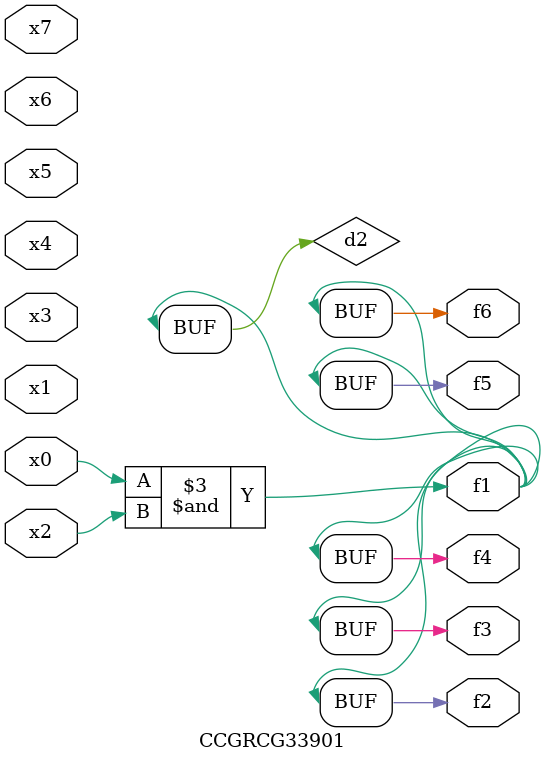
<source format=v>
module CCGRCG33901(
	input x0, x1, x2, x3, x4, x5, x6, x7,
	output f1, f2, f3, f4, f5, f6
);

	wire d1, d2;

	nor (d1, x3, x6);
	and (d2, x0, x2);
	assign f1 = d2;
	assign f2 = d2;
	assign f3 = d2;
	assign f4 = d2;
	assign f5 = d2;
	assign f6 = d2;
endmodule

</source>
